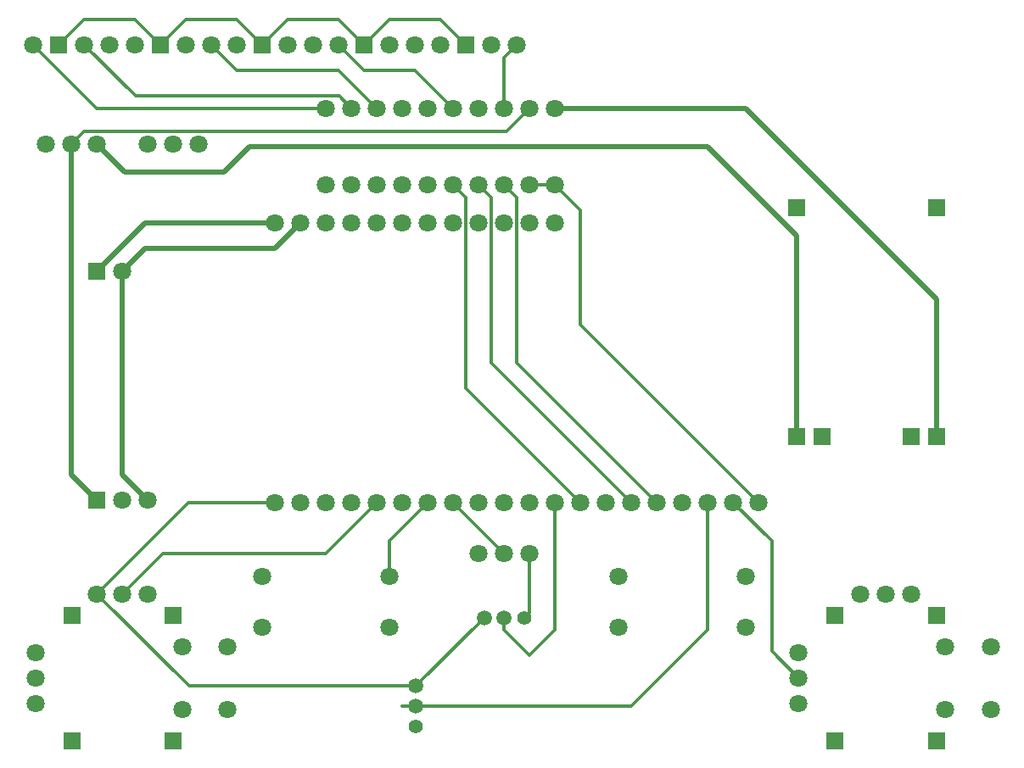
<source format=gtl>
%TF.GenerationSoftware,KiCad,Pcbnew,9.0.0*%
%TF.CreationDate,2025-03-08T21:01:48-08:00*%
%TF.ProjectId,remote,72656d6f-7465-42e6-9b69-6361645f7063,v0.1*%
%TF.SameCoordinates,Original*%
%TF.FileFunction,Copper,L1,Top*%
%TF.FilePolarity,Positive*%
%FSLAX46Y46*%
G04 Gerber Fmt 4.6, Leading zero omitted, Abs format (unit mm)*
G04 Created by KiCad (PCBNEW 9.0.0) date 2025-03-08 21:01:48*
%MOMM*%
%LPD*%
G01*
G04 APERTURE LIST*
%TA.AperFunction,ComponentPad*%
%ADD10C,1.400000*%
%TD*%
%TA.AperFunction,ComponentPad*%
%ADD11C,1.500000*%
%TD*%
%TA.AperFunction,ComponentPad*%
%ADD12C,1.800000*%
%TD*%
%TA.AperFunction,ComponentPad*%
%ADD13R,1.800000X1.800000*%
%TD*%
%TA.AperFunction,Conductor*%
%ADD14C,0.300000*%
%TD*%
%TA.AperFunction,Conductor*%
%ADD15C,0.550000*%
%TD*%
%TA.AperFunction,Conductor*%
%ADD16C,0.500000*%
%TD*%
G04 APERTURE END LIST*
D10*
%TO.P,MINI_THUNSTICK1,1,-*%
%TO.N,Net-(BUTTON1-S1_2)*%
X138520000Y-136620000D03*
D11*
%TO.P,MINI_THUNSTICK1,2,X*%
%TO.N,Net-(ESP32_UWB1-IO35)*%
X138520000Y-134620000D03*
%TO.P,MINI_THUNSTICK1,3,+*%
%TO.N,Net-(ESP32_UWB1-3V3)*%
X138520000Y-132620000D03*
D10*
%TO.P,MINI_THUNSTICK1,4,-*%
%TO.N,Net-(BUTTON1-S1_2)*%
X149320000Y-125820000D03*
D11*
%TO.P,MINI_THUNSTICK1,5,Y*%
%TO.N,Net-(ESP32_UWB1-IO25)*%
X147320000Y-125820000D03*
%TO.P,MINI_THUNSTICK1,6,+*%
%TO.N,Net-(ESP32_UWB1-3V3)*%
X145320000Y-125820000D03*
%TD*%
D12*
%TO.P,BUTTON1,1,S1_1*%
%TO.N,Net-(BUTTON1-S1_1)*%
X158720000Y-121671058D03*
%TO.P,BUTTON1,2,S1_2*%
%TO.N,Net-(BUTTON1-S1_2)*%
X158720000Y-126751058D03*
%TO.P,BUTTON1,3,S2_1*%
%TO.N,unconnected-(BUTTON1-S2_1-Pad3)*%
X171420000Y-121671058D03*
%TO.P,BUTTON1,4,S2_2*%
%TO.N,unconnected-(BUTTON1-S2_2-Pad4)*%
X171420000Y-126751058D03*
%TD*%
%TO.P,ESP32_UWB1,1,3V3*%
%TO.N,Net-(ESP32_UWB1-3V3)*%
X124460000Y-114300000D03*
%TO.P,ESP32_UWB1,2,GND*%
%TO.N,Net-(ESP32_UWB1-GND-Pad2)*%
X127000000Y-114300000D03*
%TO.P,ESP32_UWB1,3,RST*%
%TO.N,unconnected-(ESP32_UWB1-RST-Pad3)*%
X129540000Y-114300000D03*
%TO.P,ESP32_UWB1,4,GND*%
%TO.N,Net-(BUTTON1-S1_2)*%
X132080000Y-114300000D03*
%TO.P,ESP32_UWB1,5,IO2*%
%TO.N,Net-(ESP32_UWB1-IO2)*%
X134620000Y-114300000D03*
%TO.P,ESP32_UWB1,6,IO12*%
%TO.N,Net-(ESP32_UWB1-IO12)*%
X137160000Y-114300000D03*
%TO.P,ESP32_UWB1,7,IO13*%
%TO.N,Net-(BUTTON2-S2_1)*%
X139700000Y-114300000D03*
%TO.P,ESP32_UWB1,8,IO14*%
%TO.N,Net-(ESP32_UWB1-IO14)*%
X142240000Y-114300000D03*
%TO.P,ESP32_UWB1,9,IO15*%
%TO.N,Net-(BUTTON1-S1_1)*%
X144780000Y-114300000D03*
%TO.P,ESP32_UWB1,10,IO18*%
%TO.N,unconnected-(ESP32_UWB1-IO18-Pad10)*%
X147320000Y-114300000D03*
%TO.P,ESP32_UWB1,11,IO19*%
%TO.N,unconnected-(ESP32_UWB1-IO19-Pad11)*%
X149860000Y-114300000D03*
%TO.P,ESP32_UWB1,12,IO25*%
%TO.N,Net-(ESP32_UWB1-IO25)*%
X152400000Y-114300000D03*
%TO.P,ESP32_UWB1,13,IO26*%
%TO.N,Net-(ESP32_UWB1-IO26)*%
X154940000Y-114300000D03*
%TO.P,ESP32_UWB1,14,IO27*%
%TO.N,unconnected-(ESP32_UWB1-IO27-Pad14)*%
X157480000Y-114300000D03*
%TO.P,ESP32_UWB1,15,IO32*%
%TO.N,Net-(ESP32_UWB1-IO32)*%
X160020000Y-114300000D03*
%TO.P,ESP32_UWB1,16,IO33*%
%TO.N,Net-(ESP32_UWB1-IO33)*%
X162560000Y-114300000D03*
%TO.P,ESP32_UWB1,17,IO34*%
%TO.N,unconnected-(ESP32_UWB1-IO34-Pad17)*%
X165100000Y-114300000D03*
%TO.P,ESP32_UWB1,18,IO35*%
%TO.N,Net-(ESP32_UWB1-IO35)*%
X167640000Y-114300000D03*
%TO.P,ESP32_UWB1,19,IO36*%
%TO.N,Net-(ESP32_UWB1-IO36)*%
X170180000Y-114300000D03*
%TO.P,ESP32_UWB1,20,IO39*%
%TO.N,Net-(ESP32_UWB1-IO39)*%
X172720000Y-114300000D03*
%TO.P,ESP32_UWB1,21,5V0*%
%TO.N,Net-(5V_DC_DC_CONVERTER1-OUT_+)*%
X124460000Y-86360000D03*
%TO.P,ESP32_UWB1,22,GND*%
%TO.N,Net-(3.7V_BATTERY_CHARGER1-OUT-)*%
X127000000Y-86360000D03*
%TO.P,ESP32_UWB1,23,IO3*%
%TO.N,unconnected-(ESP32_UWB1-IO3-Pad23)*%
X129540000Y-86360000D03*
%TO.P,ESP32_UWB1,24,IO1*%
%TO.N,unconnected-(ESP32_UWB1-IO1-Pad24)*%
X132080000Y-86360000D03*
%TO.P,ESP32_UWB1,25,IO0*%
%TO.N,unconnected-(ESP32_UWB1-IO0-Pad25)*%
X134620000Y-86360000D03*
%TO.P,ESP32_UWB1,26,IO4*%
%TO.N,unconnected-(ESP32_UWB1-IO4-Pad26)*%
X137160000Y-86360000D03*
%TO.P,ESP32_UWB1,27,IO5*%
%TO.N,Net-(ESP32_UWB1-IO5)*%
X139700000Y-86360000D03*
%TO.P,ESP32_UWB1,28,IO16*%
%TO.N,Net-(ESP32_UWB1-IO16)*%
X142240000Y-86360000D03*
%TO.P,ESP32_UWB1,29,IO17*%
%TO.N,Net-(ESP32_UWB1-IO17)*%
X144780000Y-86360000D03*
%TO.P,ESP32_UWB1,30,IO21*%
%TO.N,Net-(ESP32_UWB1-IO21)*%
X147320000Y-86360000D03*
%TO.P,ESP32_UWB1,31,IO22*%
%TO.N,Net-(ESP32_UWB1-IO22)*%
X149860000Y-86360000D03*
%TO.P,ESP32_UWB1,32,IO23*%
%TO.N,unconnected-(ESP32_UWB1-IO23-Pad32)*%
X152400000Y-86360000D03*
%TD*%
%TO.P,RGB_LED4,1,R*%
%TO.N,Net-(RGB_LED4-R)*%
X130810000Y-68580000D03*
D13*
%TO.P,RGB_LED4,2,VCC*%
%TO.N,Net-(ESP32_UWB1-3V3)*%
X133350000Y-68580000D03*
D12*
%TO.P,RGB_LED4,3,G*%
%TO.N,Net-(RGB_LED4-G)*%
X135890000Y-68580000D03*
%TO.P,RGB_LED4,4,B*%
%TO.N,unconnected-(RGB_LED4-B-Pad4)*%
X138430000Y-68580000D03*
%TD*%
%TO.P,R8,1*%
%TO.N,Net-(ESP32_UWB1-IO33)*%
X147320000Y-82550000D03*
%TO.P,R8,2*%
%TO.N,Net-(RGB_LED5-B)*%
X147320000Y-74930000D03*
%TD*%
%TO.P,R2,1*%
%TO.N,Net-(ESP32_UWB1-IO5)*%
X132080000Y-82550000D03*
%TO.P,R2,2*%
%TO.N,Net-(RGB_LED1-G)*%
X132080000Y-74930000D03*
%TD*%
D13*
%TO.P,THUMBSTICK1,*%
%TO.N,*%
X190440000Y-138081058D03*
X190440000Y-125581058D03*
X180340000Y-138081058D03*
X180340000Y-125581058D03*
D12*
%TO.P,THUMBSTICK1,1,-*%
%TO.N,unconnected-(THUMBSTICK1---Pad1)*%
X187930000Y-123431058D03*
%TO.P,THUMBSTICK1,2,X*%
%TO.N,unconnected-(THUMBSTICK1-X-Pad2)*%
X185390000Y-123431058D03*
%TO.P,THUMBSTICK1,3,+*%
%TO.N,unconnected-(THUMBSTICK1-+-Pad3)*%
X182850000Y-123431058D03*
%TO.P,THUMBSTICK1,4,-*%
%TO.N,Net-(BUTTON1-S1_2)*%
X176690000Y-129291058D03*
%TO.P,THUMBSTICK1,5,Y*%
%TO.N,Net-(ESP32_UWB1-IO36)*%
X176690000Y-131831058D03*
%TO.P,THUMBSTICK1,6,+*%
%TO.N,Net-(ESP32_UWB1-3V3)*%
X176690000Y-134371058D03*
%TO.P,THUMBSTICK1,7,S1_1*%
%TO.N,unconnected-(THUMBSTICK1-S1_1-Pad7)*%
X191340000Y-134981058D03*
%TO.P,THUMBSTICK1,8,S1_2*%
%TO.N,unconnected-(THUMBSTICK1-S1_2-Pad8)*%
X195890000Y-134981058D03*
%TO.P,THUMBSTICK1,9,S2_1*%
%TO.N,unconnected-(THUMBSTICK1-S2_1-Pad9)*%
X191340000Y-128681058D03*
%TO.P,THUMBSTICK1,10,S2_2*%
%TO.N,unconnected-(THUMBSTICK1-S2_2-Pad10)*%
X195890000Y-128681058D03*
%TD*%
%TO.P,R4,1*%
%TO.N,Net-(ESP32_UWB1-IO21)*%
X137160000Y-82550000D03*
%TO.P,R4,2*%
%TO.N,Net-(RGB_LED3-R)*%
X137160000Y-74930000D03*
%TD*%
%TO.P,R9,1*%
%TO.N,Net-(ESP32_UWB1-IO39)*%
X149860000Y-82550000D03*
%TO.P,R9,2*%
%TO.N,Net-(5V_DC_DC_CONVERTER1-IN_+)*%
X149860000Y-74930000D03*
%TD*%
%TO.P,ON_OFF_SWITCH1,1*%
%TO.N,unconnected-(ON_OFF_SWITCH1-Pad1)*%
X101600000Y-78491058D03*
%TO.P,ON_OFF_SWITCH1,2*%
%TO.N,Net-(5V_DC_DC_CONVERTER1-IN_+)*%
X104140000Y-78491058D03*
%TO.P,ON_OFF_SWITCH1,3*%
%TO.N,Net-(3.7V_BATTERY_CHARGER1-OUT+)*%
X106680000Y-78491058D03*
%TD*%
%TO.P,R7,1*%
%TO.N,Net-(ESP32_UWB1-IO32)*%
X144780000Y-82550000D03*
%TO.P,R7,2*%
%TO.N,Net-(RGB_LED4-G)*%
X144780000Y-74930000D03*
%TD*%
%TO.P,BUTTON2,1,S1_1*%
%TO.N,unconnected-(BUTTON2-S1_1-Pad1)*%
X123160000Y-121671058D03*
%TO.P,BUTTON2,2,S1_2*%
%TO.N,unconnected-(BUTTON2-S1_2-Pad2)*%
X123160000Y-126751058D03*
%TO.P,BUTTON2,3,S2_1*%
%TO.N,Net-(BUTTON2-S2_1)*%
X135860000Y-121671058D03*
%TO.P,BUTTON2,4,S2_2*%
%TO.N,Net-(BUTTON1-S1_2)*%
X135860000Y-126751058D03*
%TD*%
%TO.P,RGB_LED1,1,R*%
%TO.N,Net-(RGB_LED1-R)*%
X100330000Y-68580000D03*
D13*
%TO.P,RGB_LED1,2,VCC*%
%TO.N,Net-(ESP32_UWB1-3V3)*%
X102870000Y-68580000D03*
D12*
%TO.P,RGB_LED1,3,G*%
%TO.N,Net-(RGB_LED1-G)*%
X105410000Y-68580000D03*
%TO.P,RGB_LED1,4,B*%
%TO.N,unconnected-(RGB_LED1-B-Pad4)*%
X107950000Y-68580000D03*
%TD*%
%TO.P,R1,1*%
%TO.N,Net-(ESP32_UWB1-IO16)*%
X129540000Y-82550000D03*
%TO.P,R1,2*%
%TO.N,Net-(RGB_LED1-R)*%
X129540000Y-74930000D03*
%TD*%
D13*
%TO.P,THUMBSTICK2,*%
%TO.N,*%
X114270000Y-138081058D03*
X114270000Y-125581058D03*
X104170000Y-138081058D03*
X104170000Y-125581058D03*
D12*
%TO.P,THUMBSTICK2,1,-*%
%TO.N,Net-(BUTTON1-S1_2)*%
X111760000Y-123431058D03*
%TO.P,THUMBSTICK2,2,X*%
%TO.N,Net-(ESP32_UWB1-IO2)*%
X109220000Y-123431058D03*
%TO.P,THUMBSTICK2,3,+*%
%TO.N,Net-(ESP32_UWB1-3V3)*%
X106680000Y-123431058D03*
%TO.P,THUMBSTICK2,4,-*%
%TO.N,unconnected-(THUMBSTICK2---Pad4)*%
X100520000Y-129291058D03*
%TO.P,THUMBSTICK2,5,Y*%
%TO.N,unconnected-(THUMBSTICK2-Y-Pad5)*%
X100520000Y-131831058D03*
%TO.P,THUMBSTICK2,6,+*%
%TO.N,unconnected-(THUMBSTICK2-+-Pad6)*%
X100520000Y-134371058D03*
%TO.P,THUMBSTICK2,7,S1_1*%
%TO.N,unconnected-(THUMBSTICK2-S1_1-Pad7)*%
X115170000Y-134981058D03*
%TO.P,THUMBSTICK2,8,S1_2*%
%TO.N,unconnected-(THUMBSTICK2-S1_2-Pad8)*%
X119720000Y-134981058D03*
%TO.P,THUMBSTICK2,9,S2_1*%
%TO.N,unconnected-(THUMBSTICK2-S2_1-Pad9)*%
X115170000Y-128681058D03*
%TO.P,THUMBSTICK2,10,S2_2*%
%TO.N,unconnected-(THUMBSTICK2-S2_2-Pad10)*%
X119720000Y-128681058D03*
%TD*%
D13*
%TO.P,5V_DC_DC_CONVERTER1,1,IN_+*%
%TO.N,Net-(5V_DC_DC_CONVERTER1-IN_+)*%
X106680000Y-114051058D03*
D12*
%TO.P,5V_DC_DC_CONVERTER1,2,CTL*%
%TO.N,unconnected-(5V_DC_DC_CONVERTER1-CTL-Pad2)*%
X109220000Y-114051058D03*
%TO.P,5V_DC_DC_CONVERTER1,3,IN_-*%
%TO.N,Net-(3.7V_BATTERY_CHARGER1-OUT-)*%
X111760000Y-114051058D03*
D13*
%TO.P,5V_DC_DC_CONVERTER1,4,OUT_+*%
%TO.N,Net-(5V_DC_DC_CONVERTER1-OUT_+)*%
X106680000Y-91191058D03*
D12*
%TO.P,5V_DC_DC_CONVERTER1,5,OUT_-*%
%TO.N,Net-(3.7V_BATTERY_CHARGER1-OUT-)*%
X109220000Y-91191058D03*
%TD*%
%TO.P,RGB_LED2,1,R*%
%TO.N,unconnected-(RGB_LED2-R-Pad1)*%
X110490000Y-68580000D03*
D13*
%TO.P,RGB_LED2,2,VCC*%
%TO.N,Net-(ESP32_UWB1-3V3)*%
X113030000Y-68580000D03*
D12*
%TO.P,RGB_LED2,3,G*%
%TO.N,unconnected-(RGB_LED2-G-Pad3)*%
X115570000Y-68580000D03*
%TO.P,RGB_LED2,4,B*%
%TO.N,Net-(RGB_LED2-B)*%
X118110000Y-68580000D03*
%TD*%
%TO.P,R6,1*%
%TO.N,Net-(ESP32_UWB1-IO26)*%
X142240000Y-82550000D03*
%TO.P,R6,2*%
%TO.N,Net-(RGB_LED4-R)*%
X142240000Y-74930000D03*
%TD*%
%TO.P,R10,1*%
%TO.N,Net-(ESP32_UWB1-IO39)*%
X152400000Y-82550000D03*
%TO.P,R10,2*%
%TO.N,Net-(3.7V_BATTERY_CHARGER1-OUT-)*%
X152400000Y-74930000D03*
%TD*%
%TO.P,RGB_LED3,1,R*%
%TO.N,Net-(RGB_LED3-R)*%
X120650000Y-68580000D03*
D13*
%TO.P,RGB_LED3,2,VCC*%
%TO.N,Net-(ESP32_UWB1-3V3)*%
X123190000Y-68580000D03*
D12*
%TO.P,RGB_LED3,3,G*%
%TO.N,Net-(RGB_LED3-G)*%
X125730000Y-68580000D03*
%TO.P,RGB_LED3,4,B*%
%TO.N,unconnected-(RGB_LED3-B-Pad4)*%
X128270000Y-68580000D03*
%TD*%
%TO.P,R3,1*%
%TO.N,Net-(ESP32_UWB1-IO17)*%
X134620000Y-82550000D03*
%TO.P,R3,2*%
%TO.N,Net-(RGB_LED2-B)*%
X134620000Y-74930000D03*
%TD*%
%TO.P,UWB_SELECTOR1,1*%
%TO.N,unconnected-(UWB_SELECTOR1-Pad1)*%
X111760000Y-78491058D03*
%TO.P,UWB_SELECTOR1,2*%
%TO.N,Net-(ESP32_UWB1-GND-Pad2)*%
X114300000Y-78491058D03*
%TO.P,UWB_SELECTOR1,3*%
%TO.N,Net-(ESP32_UWB1-IO12)*%
X116840000Y-78491058D03*
%TD*%
%TO.P,R5,1*%
%TO.N,Net-(ESP32_UWB1-IO22)*%
X139700000Y-82550000D03*
%TO.P,R5,2*%
%TO.N,Net-(RGB_LED3-G)*%
X139700000Y-74930000D03*
%TD*%
%TO.P,RGB_LED5,1,R*%
%TO.N,unconnected-(RGB_LED5-R-Pad1)*%
X140970000Y-68580000D03*
D13*
%TO.P,RGB_LED5,2,VCC*%
%TO.N,Net-(ESP32_UWB1-3V3)*%
X143510000Y-68580000D03*
D12*
%TO.P,RGB_LED5,3,G*%
%TO.N,unconnected-(RGB_LED5-G-Pad3)*%
X146050000Y-68580000D03*
%TO.P,RGB_LED5,4,B*%
%TO.N,Net-(RGB_LED5-B)*%
X148590000Y-68580000D03*
%TD*%
D13*
%TO.P,3.7V_BATTERY_CHARGER1,1,+*%
%TO.N,unconnected-(3.7V_BATTERY_CHARGER1-+-Pad1)*%
X176530000Y-84841058D03*
%TO.P,3.7V_BATTERY_CHARGER1,2,-*%
%TO.N,unconnected-(3.7V_BATTERY_CHARGER1---Pad2)*%
X190500000Y-84841058D03*
%TO.P,3.7V_BATTERY_CHARGER1,3,OUT+*%
%TO.N,Net-(3.7V_BATTERY_CHARGER1-OUT+)*%
X176530000Y-107701058D03*
%TO.P,3.7V_BATTERY_CHARGER1,4,B+*%
%TO.N,unconnected-(3.7V_BATTERY_CHARGER1-B+-Pad4)*%
X179070000Y-107701058D03*
%TO.P,3.7V_BATTERY_CHARGER1,5,B-*%
%TO.N,unconnected-(3.7V_BATTERY_CHARGER1-B--Pad5)*%
X187960000Y-107701058D03*
%TO.P,3.7V_BATTERY_CHARGER1,6,OUT-*%
%TO.N,Net-(3.7V_BATTERY_CHARGER1-OUT-)*%
X190500000Y-107701058D03*
%TD*%
D12*
%TO.P,LOCK_SWITCH1,1*%
%TO.N,unconnected-(LOCK_SWITCH1-Pad1)*%
X144780000Y-119380000D03*
%TO.P,LOCK_SWITCH1,2*%
%TO.N,Net-(ESP32_UWB1-IO14)*%
X147320000Y-119380000D03*
%TO.P,LOCK_SWITCH1,3*%
%TO.N,Net-(BUTTON1-S1_2)*%
X149860000Y-119380000D03*
%TD*%
D14*
%TO.N,Net-(ESP32_UWB1-IO35)*%
X138520000Y-134620000D02*
X160020000Y-134620000D01*
X160020000Y-134620000D02*
X167640000Y-127000000D01*
X167640000Y-127000000D02*
X167640000Y-114300000D01*
%TO.N,Net-(ESP32_UWB1-IO25)*%
X147320000Y-127000000D02*
X149860000Y-129540000D01*
X147320000Y-125820000D02*
X147320000Y-127000000D01*
X149860000Y-129540000D02*
X152400000Y-127000000D01*
X152400000Y-127000000D02*
X152400000Y-114300000D01*
%TO.N,Net-(BUTTON1-S1_2)*%
X149860000Y-119380000D02*
X149860000Y-125280000D01*
X149860000Y-125280000D02*
X149320000Y-125820000D01*
%TO.N,Net-(ESP32_UWB1-3V3)*%
X138520000Y-132620000D02*
X115868942Y-132620000D01*
X115868942Y-132620000D02*
X106680000Y-123431058D01*
X138520000Y-132620000D02*
X145320000Y-125820000D01*
%TO.N,Net-(ESP32_UWB1-IO14)*%
X142240000Y-114300000D02*
X147320000Y-119380000D01*
%TO.N,Net-(BUTTON2-S2_1)*%
X135860000Y-118140000D02*
X139700000Y-114300000D01*
D15*
%TO.N,Net-(3.7V_BATTERY_CHARGER1-OUT+)*%
X176530000Y-107701058D02*
X176530000Y-87630000D01*
X106680000Y-78491058D02*
X109468942Y-81280000D01*
X176530000Y-107701058D02*
X176281058Y-107701058D01*
X119380000Y-81280000D02*
X121920000Y-78740000D01*
X176530000Y-87630000D02*
X167640000Y-78740000D01*
X109468942Y-81280000D02*
X119380000Y-81280000D01*
X167640000Y-78740000D02*
X121920000Y-78740000D01*
D16*
%TO.N,Net-(3.7V_BATTERY_CHARGER1-OUT-)*%
X127000000Y-86360000D02*
X124460000Y-88900000D01*
X109220000Y-91191058D02*
X109220000Y-111511058D01*
X109220000Y-111511058D02*
X111760000Y-114051058D01*
X124460000Y-88900000D02*
X111511058Y-88900000D01*
X111511058Y-88900000D02*
X109220000Y-91191058D01*
X190500000Y-107701058D02*
X190500000Y-93980000D01*
X171450000Y-74930000D02*
X152400000Y-74930000D01*
X190500000Y-93980000D02*
X171450000Y-74930000D01*
%TO.N,Net-(5V_DC_DC_CONVERTER1-OUT_+)*%
X111511058Y-86360000D02*
X124460000Y-86360000D01*
X106680000Y-91191058D02*
X111511058Y-86360000D01*
%TO.N,Net-(5V_DC_DC_CONVERTER1-IN_+)*%
X106680000Y-114051058D02*
X104140000Y-111511058D01*
D14*
X104140000Y-78491058D02*
X105391000Y-77240058D01*
X105391000Y-77240058D02*
X147549942Y-77240058D01*
X147549942Y-77240058D02*
X149860000Y-74930000D01*
D16*
X104140000Y-111511058D02*
X104140000Y-78491058D01*
D14*
%TO.N,Net-(ESP32_UWB1-3V3)*%
X110490000Y-66040000D02*
X105410000Y-66040000D01*
X133350000Y-68580000D02*
X130810000Y-66040000D01*
X120650000Y-66040000D02*
X115570000Y-66040000D01*
X105410000Y-66040000D02*
X102870000Y-68580000D01*
X135890000Y-66040000D02*
X140970000Y-66040000D01*
X125730000Y-66040000D02*
X123190000Y-68580000D01*
X115811058Y-114300000D02*
X124460000Y-114300000D01*
X133350000Y-68580000D02*
X135890000Y-66040000D01*
X106680000Y-123431058D02*
X115811058Y-114300000D01*
X113030000Y-68580000D02*
X110490000Y-66040000D01*
X130810000Y-66040000D02*
X125730000Y-66040000D01*
X140970000Y-66040000D02*
X143510000Y-68580000D01*
X115570000Y-66040000D02*
X113030000Y-68580000D01*
X123190000Y-68580000D02*
X120650000Y-66040000D01*
%TO.N,Net-(ESP32_UWB1-IO39)*%
X152400000Y-82550000D02*
X149860000Y-82550000D01*
X154940000Y-96520000D02*
X172720000Y-114300000D01*
X152400000Y-82550000D02*
X154940000Y-85090000D01*
X154940000Y-85090000D02*
X154940000Y-96520000D01*
%TO.N,Net-(RGB_LED1-R)*%
X100330000Y-68580000D02*
X106680000Y-74930000D01*
X106680000Y-74930000D02*
X129540000Y-74930000D01*
%TO.N,Net-(RGB_LED1-G)*%
X110509000Y-73679000D02*
X130829000Y-73679000D01*
X105410000Y-68580000D02*
X110509000Y-73679000D01*
X130829000Y-73679000D02*
X132080000Y-74930000D01*
%TO.N,Net-(RGB_LED2-B)*%
X130810000Y-71120000D02*
X134620000Y-74930000D01*
X118110000Y-68580000D02*
X120650000Y-71120000D01*
X120650000Y-71120000D02*
X130810000Y-71120000D01*
%TO.N,Net-(BUTTON2-S2_1)*%
X135860000Y-121671058D02*
X135860000Y-118140000D01*
%TO.N,Net-(ESP32_UWB1-IO35)*%
X137160000Y-134620000D02*
X138520000Y-134620000D01*
%TO.N,Net-(ESP32_UWB1-IO36)*%
X170180000Y-114300000D02*
X174000000Y-118120000D01*
X174000000Y-129141058D02*
X174000000Y-118120000D01*
X176690000Y-131831058D02*
X174000000Y-129141058D01*
%TO.N,Net-(ESP32_UWB1-IO33)*%
X148571000Y-83801000D02*
X148571000Y-100311000D01*
X148571000Y-100311000D02*
X162560000Y-114300000D01*
X147320000Y-82550000D02*
X148571000Y-83801000D01*
%TO.N,Net-(ESP32_UWB1-IO2)*%
X113271058Y-119380000D02*
X129540000Y-119380000D01*
X129540000Y-119380000D02*
X134620000Y-114300000D01*
X109220000Y-123431058D02*
X113271058Y-119380000D01*
%TO.N,Net-(ESP32_UWB1-IO26)*%
X143491000Y-83801000D02*
X143491000Y-102851000D01*
X143491000Y-102851000D02*
X154940000Y-114300000D01*
X142240000Y-82550000D02*
X143491000Y-83801000D01*
%TO.N,Net-(RGB_LED4-R)*%
X138430000Y-71120000D02*
X142240000Y-74930000D01*
X133350000Y-71120000D02*
X138430000Y-71120000D01*
X130810000Y-68580000D02*
X133350000Y-71120000D01*
%TO.N,Net-(RGB_LED5-B)*%
X148590000Y-68580000D02*
X147320000Y-69850000D01*
X147320000Y-69850000D02*
X147320000Y-74930000D01*
%TO.N,Net-(ESP32_UWB1-IO32)*%
X146031000Y-100311000D02*
X160020000Y-114300000D01*
X146031000Y-83801000D02*
X146031000Y-100311000D01*
X144780000Y-82550000D02*
X146031000Y-83801000D01*
%TD*%
M02*

</source>
